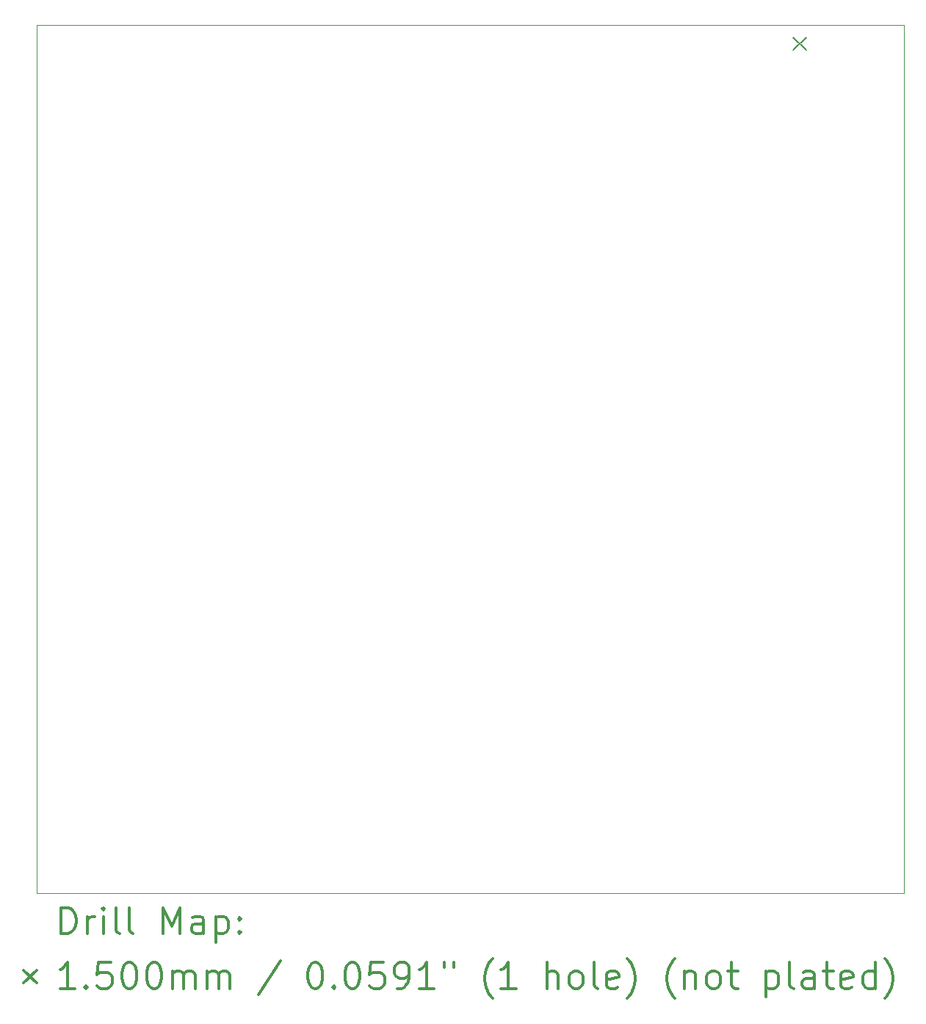
<source format=gbr>
%FSLAX45Y45*%
G04 Gerber Fmt 4.5, Leading zero omitted, Abs format (unit mm)*
G04 Created by KiCad (PCBNEW 5.1.10-88a1d61d58~90~ubuntu20.04.1) date 2021-10-12 23:07:44*
%MOMM*%
%LPD*%
G01*
G04 APERTURE LIST*
%TA.AperFunction,Profile*%
%ADD10C,0.050000*%
%TD*%
%ADD11C,0.200000*%
%ADD12C,0.300000*%
G04 APERTURE END LIST*
D10*
X9558800Y-7756400D02*
X9558800Y-7696400D01*
X9558800Y-7756400D02*
X9558800Y-14836400D01*
X9558800Y-7696400D02*
X9558800Y-4836400D01*
X19558800Y-14836400D02*
X9558800Y-14836400D01*
X19558800Y-4836400D02*
X19558800Y-14836400D01*
X9558800Y-4836400D02*
X19558800Y-4836400D01*
D11*
X18279600Y-4979600D02*
X18429600Y-5129600D01*
X18429600Y-4979600D02*
X18279600Y-5129600D01*
D12*
X9842728Y-15304614D02*
X9842728Y-15004614D01*
X9914157Y-15004614D01*
X9957014Y-15018900D01*
X9985586Y-15047471D01*
X9999871Y-15076043D01*
X10014157Y-15133186D01*
X10014157Y-15176043D01*
X9999871Y-15233186D01*
X9985586Y-15261757D01*
X9957014Y-15290329D01*
X9914157Y-15304614D01*
X9842728Y-15304614D01*
X10142728Y-15304614D02*
X10142728Y-15104614D01*
X10142728Y-15161757D02*
X10157014Y-15133186D01*
X10171300Y-15118900D01*
X10199871Y-15104614D01*
X10228443Y-15104614D01*
X10328443Y-15304614D02*
X10328443Y-15104614D01*
X10328443Y-15004614D02*
X10314157Y-15018900D01*
X10328443Y-15033186D01*
X10342728Y-15018900D01*
X10328443Y-15004614D01*
X10328443Y-15033186D01*
X10514157Y-15304614D02*
X10485586Y-15290329D01*
X10471300Y-15261757D01*
X10471300Y-15004614D01*
X10671300Y-15304614D02*
X10642728Y-15290329D01*
X10628443Y-15261757D01*
X10628443Y-15004614D01*
X11014157Y-15304614D02*
X11014157Y-15004614D01*
X11114157Y-15218900D01*
X11214157Y-15004614D01*
X11214157Y-15304614D01*
X11485586Y-15304614D02*
X11485586Y-15147471D01*
X11471300Y-15118900D01*
X11442728Y-15104614D01*
X11385586Y-15104614D01*
X11357014Y-15118900D01*
X11485586Y-15290329D02*
X11457014Y-15304614D01*
X11385586Y-15304614D01*
X11357014Y-15290329D01*
X11342728Y-15261757D01*
X11342728Y-15233186D01*
X11357014Y-15204614D01*
X11385586Y-15190329D01*
X11457014Y-15190329D01*
X11485586Y-15176043D01*
X11628443Y-15104614D02*
X11628443Y-15404614D01*
X11628443Y-15118900D02*
X11657014Y-15104614D01*
X11714157Y-15104614D01*
X11742728Y-15118900D01*
X11757014Y-15133186D01*
X11771300Y-15161757D01*
X11771300Y-15247471D01*
X11757014Y-15276043D01*
X11742728Y-15290329D01*
X11714157Y-15304614D01*
X11657014Y-15304614D01*
X11628443Y-15290329D01*
X11899871Y-15276043D02*
X11914157Y-15290329D01*
X11899871Y-15304614D01*
X11885586Y-15290329D01*
X11899871Y-15276043D01*
X11899871Y-15304614D01*
X11899871Y-15118900D02*
X11914157Y-15133186D01*
X11899871Y-15147471D01*
X11885586Y-15133186D01*
X11899871Y-15118900D01*
X11899871Y-15147471D01*
X9406300Y-15723900D02*
X9556300Y-15873900D01*
X9556300Y-15723900D02*
X9406300Y-15873900D01*
X9999871Y-15934614D02*
X9828443Y-15934614D01*
X9914157Y-15934614D02*
X9914157Y-15634614D01*
X9885586Y-15677471D01*
X9857014Y-15706043D01*
X9828443Y-15720329D01*
X10128443Y-15906043D02*
X10142728Y-15920329D01*
X10128443Y-15934614D01*
X10114157Y-15920329D01*
X10128443Y-15906043D01*
X10128443Y-15934614D01*
X10414157Y-15634614D02*
X10271300Y-15634614D01*
X10257014Y-15777471D01*
X10271300Y-15763186D01*
X10299871Y-15748900D01*
X10371300Y-15748900D01*
X10399871Y-15763186D01*
X10414157Y-15777471D01*
X10428443Y-15806043D01*
X10428443Y-15877471D01*
X10414157Y-15906043D01*
X10399871Y-15920329D01*
X10371300Y-15934614D01*
X10299871Y-15934614D01*
X10271300Y-15920329D01*
X10257014Y-15906043D01*
X10614157Y-15634614D02*
X10642728Y-15634614D01*
X10671300Y-15648900D01*
X10685586Y-15663186D01*
X10699871Y-15691757D01*
X10714157Y-15748900D01*
X10714157Y-15820329D01*
X10699871Y-15877471D01*
X10685586Y-15906043D01*
X10671300Y-15920329D01*
X10642728Y-15934614D01*
X10614157Y-15934614D01*
X10585586Y-15920329D01*
X10571300Y-15906043D01*
X10557014Y-15877471D01*
X10542728Y-15820329D01*
X10542728Y-15748900D01*
X10557014Y-15691757D01*
X10571300Y-15663186D01*
X10585586Y-15648900D01*
X10614157Y-15634614D01*
X10899871Y-15634614D02*
X10928443Y-15634614D01*
X10957014Y-15648900D01*
X10971300Y-15663186D01*
X10985586Y-15691757D01*
X10999871Y-15748900D01*
X10999871Y-15820329D01*
X10985586Y-15877471D01*
X10971300Y-15906043D01*
X10957014Y-15920329D01*
X10928443Y-15934614D01*
X10899871Y-15934614D01*
X10871300Y-15920329D01*
X10857014Y-15906043D01*
X10842728Y-15877471D01*
X10828443Y-15820329D01*
X10828443Y-15748900D01*
X10842728Y-15691757D01*
X10857014Y-15663186D01*
X10871300Y-15648900D01*
X10899871Y-15634614D01*
X11128443Y-15934614D02*
X11128443Y-15734614D01*
X11128443Y-15763186D02*
X11142728Y-15748900D01*
X11171300Y-15734614D01*
X11214157Y-15734614D01*
X11242728Y-15748900D01*
X11257014Y-15777471D01*
X11257014Y-15934614D01*
X11257014Y-15777471D02*
X11271300Y-15748900D01*
X11299871Y-15734614D01*
X11342728Y-15734614D01*
X11371300Y-15748900D01*
X11385586Y-15777471D01*
X11385586Y-15934614D01*
X11528443Y-15934614D02*
X11528443Y-15734614D01*
X11528443Y-15763186D02*
X11542728Y-15748900D01*
X11571300Y-15734614D01*
X11614157Y-15734614D01*
X11642728Y-15748900D01*
X11657014Y-15777471D01*
X11657014Y-15934614D01*
X11657014Y-15777471D02*
X11671300Y-15748900D01*
X11699871Y-15734614D01*
X11742728Y-15734614D01*
X11771300Y-15748900D01*
X11785586Y-15777471D01*
X11785586Y-15934614D01*
X12371300Y-15620329D02*
X12114157Y-16006043D01*
X12757014Y-15634614D02*
X12785586Y-15634614D01*
X12814157Y-15648900D01*
X12828443Y-15663186D01*
X12842728Y-15691757D01*
X12857014Y-15748900D01*
X12857014Y-15820329D01*
X12842728Y-15877471D01*
X12828443Y-15906043D01*
X12814157Y-15920329D01*
X12785586Y-15934614D01*
X12757014Y-15934614D01*
X12728443Y-15920329D01*
X12714157Y-15906043D01*
X12699871Y-15877471D01*
X12685586Y-15820329D01*
X12685586Y-15748900D01*
X12699871Y-15691757D01*
X12714157Y-15663186D01*
X12728443Y-15648900D01*
X12757014Y-15634614D01*
X12985586Y-15906043D02*
X12999871Y-15920329D01*
X12985586Y-15934614D01*
X12971300Y-15920329D01*
X12985586Y-15906043D01*
X12985586Y-15934614D01*
X13185586Y-15634614D02*
X13214157Y-15634614D01*
X13242728Y-15648900D01*
X13257014Y-15663186D01*
X13271300Y-15691757D01*
X13285586Y-15748900D01*
X13285586Y-15820329D01*
X13271300Y-15877471D01*
X13257014Y-15906043D01*
X13242728Y-15920329D01*
X13214157Y-15934614D01*
X13185586Y-15934614D01*
X13157014Y-15920329D01*
X13142728Y-15906043D01*
X13128443Y-15877471D01*
X13114157Y-15820329D01*
X13114157Y-15748900D01*
X13128443Y-15691757D01*
X13142728Y-15663186D01*
X13157014Y-15648900D01*
X13185586Y-15634614D01*
X13557014Y-15634614D02*
X13414157Y-15634614D01*
X13399871Y-15777471D01*
X13414157Y-15763186D01*
X13442728Y-15748900D01*
X13514157Y-15748900D01*
X13542728Y-15763186D01*
X13557014Y-15777471D01*
X13571300Y-15806043D01*
X13571300Y-15877471D01*
X13557014Y-15906043D01*
X13542728Y-15920329D01*
X13514157Y-15934614D01*
X13442728Y-15934614D01*
X13414157Y-15920329D01*
X13399871Y-15906043D01*
X13714157Y-15934614D02*
X13771300Y-15934614D01*
X13799871Y-15920329D01*
X13814157Y-15906043D01*
X13842728Y-15863186D01*
X13857014Y-15806043D01*
X13857014Y-15691757D01*
X13842728Y-15663186D01*
X13828443Y-15648900D01*
X13799871Y-15634614D01*
X13742728Y-15634614D01*
X13714157Y-15648900D01*
X13699871Y-15663186D01*
X13685586Y-15691757D01*
X13685586Y-15763186D01*
X13699871Y-15791757D01*
X13714157Y-15806043D01*
X13742728Y-15820329D01*
X13799871Y-15820329D01*
X13828443Y-15806043D01*
X13842728Y-15791757D01*
X13857014Y-15763186D01*
X14142728Y-15934614D02*
X13971300Y-15934614D01*
X14057014Y-15934614D02*
X14057014Y-15634614D01*
X14028443Y-15677471D01*
X13999871Y-15706043D01*
X13971300Y-15720329D01*
X14257014Y-15634614D02*
X14257014Y-15691757D01*
X14371300Y-15634614D02*
X14371300Y-15691757D01*
X14814157Y-16048900D02*
X14799871Y-16034614D01*
X14771300Y-15991757D01*
X14757014Y-15963186D01*
X14742728Y-15920329D01*
X14728443Y-15848900D01*
X14728443Y-15791757D01*
X14742728Y-15720329D01*
X14757014Y-15677471D01*
X14771300Y-15648900D01*
X14799871Y-15606043D01*
X14814157Y-15591757D01*
X15085586Y-15934614D02*
X14914157Y-15934614D01*
X14999871Y-15934614D02*
X14999871Y-15634614D01*
X14971300Y-15677471D01*
X14942728Y-15706043D01*
X14914157Y-15720329D01*
X15442728Y-15934614D02*
X15442728Y-15634614D01*
X15571300Y-15934614D02*
X15571300Y-15777471D01*
X15557014Y-15748900D01*
X15528443Y-15734614D01*
X15485586Y-15734614D01*
X15457014Y-15748900D01*
X15442728Y-15763186D01*
X15757014Y-15934614D02*
X15728443Y-15920329D01*
X15714157Y-15906043D01*
X15699871Y-15877471D01*
X15699871Y-15791757D01*
X15714157Y-15763186D01*
X15728443Y-15748900D01*
X15757014Y-15734614D01*
X15799871Y-15734614D01*
X15828443Y-15748900D01*
X15842728Y-15763186D01*
X15857014Y-15791757D01*
X15857014Y-15877471D01*
X15842728Y-15906043D01*
X15828443Y-15920329D01*
X15799871Y-15934614D01*
X15757014Y-15934614D01*
X16028443Y-15934614D02*
X15999871Y-15920329D01*
X15985586Y-15891757D01*
X15985586Y-15634614D01*
X16257014Y-15920329D02*
X16228443Y-15934614D01*
X16171300Y-15934614D01*
X16142728Y-15920329D01*
X16128443Y-15891757D01*
X16128443Y-15777471D01*
X16142728Y-15748900D01*
X16171300Y-15734614D01*
X16228443Y-15734614D01*
X16257014Y-15748900D01*
X16271300Y-15777471D01*
X16271300Y-15806043D01*
X16128443Y-15834614D01*
X16371300Y-16048900D02*
X16385586Y-16034614D01*
X16414157Y-15991757D01*
X16428443Y-15963186D01*
X16442728Y-15920329D01*
X16457014Y-15848900D01*
X16457014Y-15791757D01*
X16442728Y-15720329D01*
X16428443Y-15677471D01*
X16414157Y-15648900D01*
X16385586Y-15606043D01*
X16371300Y-15591757D01*
X16914157Y-16048900D02*
X16899871Y-16034614D01*
X16871300Y-15991757D01*
X16857014Y-15963186D01*
X16842728Y-15920329D01*
X16828443Y-15848900D01*
X16828443Y-15791757D01*
X16842728Y-15720329D01*
X16857014Y-15677471D01*
X16871300Y-15648900D01*
X16899871Y-15606043D01*
X16914157Y-15591757D01*
X17028443Y-15734614D02*
X17028443Y-15934614D01*
X17028443Y-15763186D02*
X17042728Y-15748900D01*
X17071300Y-15734614D01*
X17114157Y-15734614D01*
X17142728Y-15748900D01*
X17157014Y-15777471D01*
X17157014Y-15934614D01*
X17342728Y-15934614D02*
X17314157Y-15920329D01*
X17299871Y-15906043D01*
X17285586Y-15877471D01*
X17285586Y-15791757D01*
X17299871Y-15763186D01*
X17314157Y-15748900D01*
X17342728Y-15734614D01*
X17385586Y-15734614D01*
X17414157Y-15748900D01*
X17428443Y-15763186D01*
X17442728Y-15791757D01*
X17442728Y-15877471D01*
X17428443Y-15906043D01*
X17414157Y-15920329D01*
X17385586Y-15934614D01*
X17342728Y-15934614D01*
X17528443Y-15734614D02*
X17642728Y-15734614D01*
X17571300Y-15634614D02*
X17571300Y-15891757D01*
X17585586Y-15920329D01*
X17614157Y-15934614D01*
X17642728Y-15934614D01*
X17971300Y-15734614D02*
X17971300Y-16034614D01*
X17971300Y-15748900D02*
X17999871Y-15734614D01*
X18057014Y-15734614D01*
X18085586Y-15748900D01*
X18099871Y-15763186D01*
X18114157Y-15791757D01*
X18114157Y-15877471D01*
X18099871Y-15906043D01*
X18085586Y-15920329D01*
X18057014Y-15934614D01*
X17999871Y-15934614D01*
X17971300Y-15920329D01*
X18285586Y-15934614D02*
X18257014Y-15920329D01*
X18242728Y-15891757D01*
X18242728Y-15634614D01*
X18528443Y-15934614D02*
X18528443Y-15777471D01*
X18514157Y-15748900D01*
X18485586Y-15734614D01*
X18428443Y-15734614D01*
X18399871Y-15748900D01*
X18528443Y-15920329D02*
X18499871Y-15934614D01*
X18428443Y-15934614D01*
X18399871Y-15920329D01*
X18385586Y-15891757D01*
X18385586Y-15863186D01*
X18399871Y-15834614D01*
X18428443Y-15820329D01*
X18499871Y-15820329D01*
X18528443Y-15806043D01*
X18628443Y-15734614D02*
X18742728Y-15734614D01*
X18671300Y-15634614D02*
X18671300Y-15891757D01*
X18685586Y-15920329D01*
X18714157Y-15934614D01*
X18742728Y-15934614D01*
X18957014Y-15920329D02*
X18928443Y-15934614D01*
X18871300Y-15934614D01*
X18842728Y-15920329D01*
X18828443Y-15891757D01*
X18828443Y-15777471D01*
X18842728Y-15748900D01*
X18871300Y-15734614D01*
X18928443Y-15734614D01*
X18957014Y-15748900D01*
X18971300Y-15777471D01*
X18971300Y-15806043D01*
X18828443Y-15834614D01*
X19228443Y-15934614D02*
X19228443Y-15634614D01*
X19228443Y-15920329D02*
X19199871Y-15934614D01*
X19142728Y-15934614D01*
X19114157Y-15920329D01*
X19099871Y-15906043D01*
X19085586Y-15877471D01*
X19085586Y-15791757D01*
X19099871Y-15763186D01*
X19114157Y-15748900D01*
X19142728Y-15734614D01*
X19199871Y-15734614D01*
X19228443Y-15748900D01*
X19342728Y-16048900D02*
X19357014Y-16034614D01*
X19385586Y-15991757D01*
X19399871Y-15963186D01*
X19414157Y-15920329D01*
X19428443Y-15848900D01*
X19428443Y-15791757D01*
X19414157Y-15720329D01*
X19399871Y-15677471D01*
X19385586Y-15648900D01*
X19357014Y-15606043D01*
X19342728Y-15591757D01*
M02*

</source>
